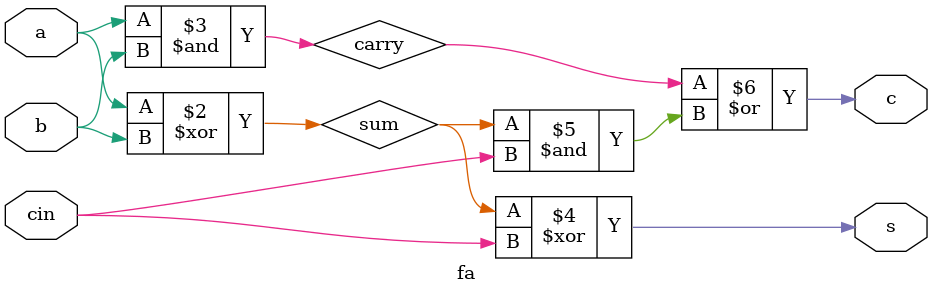
<source format=v>
module fa(a,b,cin,s,c);

input a,b,cin;
output s,c;
reg sum,carry;

always@(a or b or cin) begin
    sum<=a^b;
    carry<=a&b;
end
assign s=(sum^cin);
assign c=(carry)|(sum&cin);

endmodule
</source>
